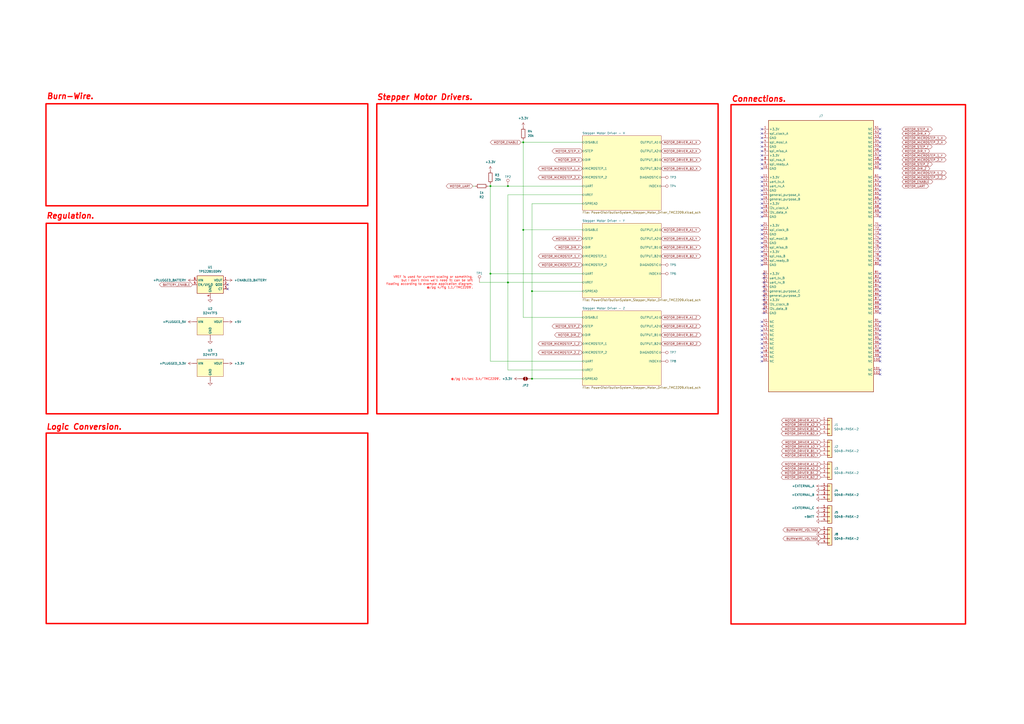
<source format=kicad_sch>
(kicad_sch (version 20250114) (generator "eeschema") (generator_version "9.0")
  (paper "A2")
  (lib_symbols
    (symbol "Connector:TestPoint" (pin_numbers (hide yes)) (pin_names (offset 0.762) (hide yes))
      (property "Reference" "TP" (at 0 6.858 0))
      (property "Value" "TestPoint" (at 0 5.08 0))
      (symbol "TestPoint_0_1"
        (circle (center 0 3.302) (radius 0.762))
      )
      (symbol "TestPoint_1_1"
        (pin passive line (at 0 0 90) (length 2.54) (name "1") (number "1"))
      )
    )
    (symbol "Connector_Generic:Conn_01x04" (pin_names (offset 1.016) (hide yes))
      (property "Reference" "J" (at 0 5.08 0))
      (property "Value" "Conn_01x04" (at 0 -7.62 0))
      (symbol "Conn_01x04_1_1"
        (rectangle (start -1.27 3.81) (end 1.27 -6.35) (stroke (width 0.254)) (fill (type background)))
        (rectangle (start -1.27 2.667) (end 0 2.413) (stroke (width 0.1524)))
        (rectangle (start -1.27 0.127) (end 0 -0.127) (stroke (width 0.1524)))
        (rectangle (start -1.27 -2.413) (end 0 -2.667) (stroke (width 0.1524)))
        (rectangle (start -1.27 -4.953) (end 0 -5.207) (stroke (width 0.1524)))
        (pin passive line (at -5.08 2.54 0) (length 3.81) (name "Pin_1") (number "1"))
        (pin passive line (at -5.08 0 0) (length 3.81) (name "Pin_2") (number "2"))
        (pin passive line (at -5.08 -2.54 0) (length 3.81) (name "Pin_3") (number "3"))
        (pin passive line (at -5.08 -5.08 0) (length 3.81) (name "Pin_4") (number "4"))
      )
    )
    (symbol "D24V7Fx:D24V7Fx" (pin_numbers (hide yes))
      (property "Reference" "U" (at 8.382 -2.032 0))
      (property "Value" "D24V7Fx" (at 8.382 -4.318 0))
      (symbol "D24V7Fx_0_1"
        (rectangle (start -7.62 5.08) (end 7.62 -5.08) (fill (type background)))
      )
      (symbol "D24V7Fx_1_1"
        (pin passive line (at -10.16 2.54 0) (length 2.54) (name "VIN") (number "VIN"))
        (pin passive line (at 0 -7.62 90) (length 2.54) (name "GND") (number "GND"))
        (pin passive line (at 10.16 2.54 180) (length 2.54) (name "VOUT") (number "VOUT"))
      )
    )
    (symbol "Device:R" (pin_numbers (hide yes)) (pin_names (offset 0))
      (property "Reference" "R" (at 2.032 0 90))
      (property "Value" "R" (at 0 0 90))
      (symbol "R_0_1"
        (rectangle (start -1.016 -2.54) (end 1.016 2.54) (stroke (width 0.254)))
      )
      (symbol "R_1_1"
        (pin passive line (at 0 3.81 270) (length 1.27) (name "~") (number "1"))
        (pin passive line (at 0 -3.81 90) (length 1.27) (name "~") (number "2"))
      )
    )
    (symbol "Jumper:SolderJumper_2_Open" (pin_numbers (hide yes)) (pin_names (offset 0) (hide yes)) (in_bom no)
      (property "Reference" "JP" (at 0 2.032 0))
      (property "Value" "SolderJumper_2_Open" (at 0 -2.54 0))
      (symbol "SolderJumper_2_Open_0_1"
        (polyline (pts (xy -0.254 1.016) (xy -0.254 -1.016)))
        (arc (start -0.254 -1.016) (mid -1.2656 0) (end -0.254 1.016))
        (arc (start -0.254 -1.016) (mid -1.2656 0) (end -0.254 1.016) (fill (type outline)))
        (arc (start 0.254 1.016) (mid 1.2656 0) (end 0.254 -1.016))
        (arc (start 0.254 1.016) (mid 1.2656 0) (end 0.254 -1.016) (fill (type outline)))
        (polyline (pts (xy 0.254 1.016) (xy 0.254 -1.016)))
      )
      (symbol "SolderJumper_2_Open_1_1"
        (pin passive line (at -3.81 0 0) (length 2.54) (name "A") (number "1"))
        (pin passive line (at 3.81 0 180) (length 2.54) (name "B") (number "2"))
      )
    )
    (symbol "Power_Management:TPS22810DRV"
      (property "Reference" "U" (at -6.35 6.35 0))
      (property "Value" "TPS22810DRV" (at 7.62 -6.35 0))
      (symbol "TPS22810DRV_1_1"
        (rectangle (start -7.62 5.08) (end 7.62 -5.08) (stroke (width 0.254)) (fill (type background)))
        (pin power_in line (at -10.16 2.54 0) (length 2.54) (name "VIN") (number "6"))
        (pin input line (at -10.16 0 0) (length 2.54) (name "EN/UVLO") (number "5"))
        (pin power_in line (at 0 -7.62 90) (length 2.54) (name "GND") (number "4"))
        (pin passive line (at 0 -7.62 90) (length 2.54) (hide yes) (name "GND") (number "7"))
        (pin power_out line (at 10.16 2.54 180) (length 2.54) (name "VOUT") (number "1"))
        (pin open_collector line (at 10.16 0 180) (length 2.54) (name "QOD") (number "2"))
        (pin output line (at 10.16 -2.54 180) (length 2.54) (name "CT") (number "3"))
      )
    )
    (symbol "StackConnector:StackConnector"
      (property "Reference" "J" (at 0.508 1.524 0))
      (symbol "StackConnector_1_1"
        (rectangle (start 0 0) (end 60.96 -157.48) (stroke (width 0.254)) (fill (type background)))
        (pin passive line (at -3.81 -5.08 0) (length 3.81) (name "+3.3V") (number "1"))
        (pin passive line (at -3.81 -7.62 0) (length 3.81) (name "spi_clock_A") (number "2"))
        (pin passive line (at -3.81 -10.16 0) (length 3.81) (name "GND") (number "3"))
        (pin passive line (at -3.81 -12.7 0) (length 3.81) (name "spi_mosi_A") (number "4"))
        (pin passive line (at -3.81 -15.24 0) (length 3.81) (name "GND") (number "5"))
        (pin passive line (at -3.81 -17.78 0) (length 3.81) (name "spi_miso_A") (number "6"))
        (pin passive line (at -3.81 -20.32 0) (length 3.81) (name "+3.3V") (number "7"))
        (pin passive line (at -3.81 -22.86 0) (length 3.81) (name "spi_nss_A") (number "8"))
        (pin passive line (at -3.81 -25.4 0) (length 3.81) (name "spi_ready_A") (number "9"))
        (pin passive line (at -3.81 -27.94 0) (length 3.81) (name "GND") (number "10"))
        (pin passive line (at -3.81 -33.02 0) (length 3.81) (name "+3.3V") (number "11"))
        (pin passive line (at -3.81 -35.56 0) (length 3.81) (name "uart_tx_A") (number "12"))
        (pin passive line (at -3.81 -38.1 0) (length 3.81) (name "uart_rx_A") (number "13"))
        (pin passive line (at -3.81 -40.64 0) (length 3.81) (name "GND") (number "14"))
        (pin passive line (at -3.81 -43.18 0) (length 3.81) (name "general_purpose_A") (number "15"))
        (pin passive line (at -3.81 -45.72 0) (length 3.81) (name "general_purpose_B") (number "16"))
        (pin passive line (at -3.81 -48.26 0) (length 3.81) (name "+3.3V") (number "17"))
        (pin passive line (at -3.81 -50.8 0) (length 3.81) (name "i2c_clock_A") (number "18"))
        (pin passive line (at -3.81 -53.34 0) (length 3.81) (name "i2c_data_A") (number "19"))
        (pin passive line (at -3.81 -55.88 0) (length 3.81) (name "GND") (number "20"))
        (pin passive line (at -3.81 -60.96 0) (length 3.81) (name "+3.3V") (number "21"))
        (pin passive line (at -3.81 -63.5 0) (length 3.81) (name "spi_clock_B") (number "22"))
        (pin passive line (at -3.81 -66.04 0) (length 3.81) (name "GND") (number "23"))
        (pin passive line (at -3.81 -68.58 0) (length 3.81) (name "spi_mosi_B") (number "24"))
        (pin passive line (at -3.81 -71.12 0) (length 3.81) (name "GND") (number "25"))
        (pin passive line (at -3.81 -73.66 0) (length 3.81) (name "spi_miso_B") (number "26"))
        (pin passive line (at -3.81 -76.2 0) (length 3.81) (name "+3.3V") (number "27"))
        (pin passive line (at -3.81 -78.74 0) (length 3.81) (name "spi_nss_B") (number "28"))
        (pin passive line (at -3.81 -81.28 0) (length 3.81) (name "spi_ready_B") (number "29"))
        (pin passive line (at -3.81 -83.82 0) (length 3.81) (name "GND") (number "30"))
        (pin passive line (at -3.81 -88.9 0) (length 3.81) (name "+3.3V") (number "31"))
        (pin passive line (at -3.81 -91.44 0) (length 3.81) (name "uart_tx_B") (number "32"))
        (pin passive line (at -3.81 -93.98 0) (length 3.81) (name "uart_rx_B") (number "33"))
        (pin passive line (at -3.81 -96.52 0) (length 3.81) (name "GND") (number "34"))
        (pin passive line (at -3.81 -99.06 0) (length 3.81) (name "general_purpose_C") (number "35"))
        (pin passive line (at -3.81 -101.6 0) (length 3.81) (name "general_purpose_D") (number "36"))
        (pin passive line (at -3.81 -104.14 0) (length 3.81) (name "+3.3V") (number "37"))
        (pin passive line (at -3.81 -106.68 0) (length 3.81) (name "i2c_clock_B") (number "38"))
        (pin passive line (at -3.81 -109.22 0) (length 3.81) (name "i2c_data_B") (number "39"))
        (pin passive line (at -3.81 -111.76 0) (length 3.81) (name "GND") (number "40"))
        (pin passive line (at -3.81 -116.84 0) (length 3.81) (name "NC") (number "41"))
        (pin passive line (at -3.81 -119.38 0) (length 3.81) (name "NC") (number "42"))
        (pin passive line (at -3.81 -121.92 0) (length 3.81) (name "NC") (number "43"))
        (pin passive line (at -3.81 -124.46 0) (length 3.81) (name "NC") (number "44"))
        (pin passive line (at -3.81 -127 0) (length 3.81) (name "NC") (number "45"))
        (pin passive line (at -3.81 -129.54 0) (length 3.81) (name "NC") (number "46"))
        (pin passive line (at -3.81 -132.08 0) (length 3.81) (name "NC") (number "47"))
        (pin passive line (at -3.81 -134.62 0) (length 3.81) (name "NC") (number "48"))
        (pin passive line (at -3.81 -137.16 0) (length 3.81) (name "NC") (number "49"))
        (pin passive line (at -3.81 -139.7 0) (length 3.81) (name "NC") (number "50"))
        (pin passive line (at 64.77 -5.08 180) (length 3.81) (name "NC") (number "51"))
        (pin passive line (at 64.77 -7.62 180) (length 3.81) (name "NC") (number "52"))
        (pin passive line (at 64.77 -10.16 180) (length 3.81) (name "NC") (number "53"))
        (pin passive line (at 64.77 -12.7 180) (length 3.81) (name "NC") (number "54"))
        (pin passive line (at 64.77 -15.24 180) (length 3.81) (name "NC") (number "55"))
        (pin passive line (at 64.77 -17.78 180) (length 3.81) (name "NC") (number "56"))
        (pin passive line (at 64.77 -20.32 180) (length 3.81) (name "NC") (number "57"))
        (pin passive line (at 64.77 -22.86 180) (length 3.81) (name "NC") (number "58"))
        (pin passive line (at 64.77 -25.4 180) (length 3.81) (name "NC") (number "59"))
        (pin passive line (at 64.77 -27.94 180) (length 3.81) (name "NC") (number "60"))
        (pin passive line (at 64.77 -33.02 180) (length 3.81) (name "NC") (number "61"))
        (pin passive line (at 64.77 -35.56 180) (length 3.81) (name "NC") (number "62"))
        (pin passive line (at 64.77 -38.1 180) (length 3.81) (name "NC") (number "63"))
        (pin passive line (at 64.77 -40.64 180) (length 3.81) (name "NC") (number "64"))
        (pin passive line (at 64.77 -43.18 180) (length 3.81) (name "NC") (number "65"))
        (pin passive line (at 64.77 -45.72 180) (length 3.81) (name "NC") (number "66"))
        (pin passive line (at 64.77 -48.26 180) (length 3.81) (name "NC") (number "67"))
        (pin passive line (at 64.77 -50.8 180) (length 3.81) (name "NC") (number "68"))
        (pin passive line (at 64.77 -53.34 180) (length 3.81) (name "NC") (number "69"))
        (pin passive line (at 64.77 -55.88 180) (length 3.81) (name "NC") (number "70"))
        (pin passive line (at 64.77 -60.96 180) (length 3.81) (name "NC") (number "71"))
        (pin passive line (at 64.77 -63.5 180) (length 3.81) (name "NC") (number "72"))
        (pin passive line (at 64.77 -66.04 180) (length 3.81) (name "NC") (number "73"))
        (pin passive line (at 64.77 -68.58 180) (length 3.81) (name "NC") (number "74"))
        (pin passive line (at 64.77 -71.12 180) (length 3.81) (name "NC") (number "75"))
        (pin passive line (at 64.77 -73.66 180) (length 3.81) (name "NC") (number "76"))
        (pin passive line (at 64.77 -76.2 180) (length 3.81) (name "NC") (number "77"))
        (pin passive line (at 64.77 -78.74 180) (length 3.81) (name "NC") (number "78"))
        (pin passive line (at 64.77 -81.28 180) (length 3.81) (name "NC") (number "79"))
        (pin passive line (at 64.77 -83.82 180) (length 3.81) (name "NC") (number "80"))
        (pin passive line (at 64.77 -88.9 180) (length 3.81) (name "NC") (number "81"))
        (pin passive line (at 64.77 -91.44 180) (length 3.81) (name "NC") (number "82"))
        (pin passive line (at 64.77 -93.98 180) (length 3.81) (name "NC") (number "83"))
        (pin passive line (at 64.77 -96.52 180) (length 3.81) (name "NC") (number "84"))
        (pin passive line (at 64.77 -99.06 180) (length 3.81) (name "NC") (number "85"))
        (pin passive line (at 64.77 -101.6 180) (length 3.81) (name "NC") (number "86"))
        (pin passive line (at 64.77 -104.14 180) (length 3.81) (name "NC") (number "87"))
        (pin passive line (at 64.77 -106.68 180) (length 3.81) (name "NC") (number "88"))
        (pin passive line (at 64.77 -109.22 180) (length 3.81) (name "NC") (number "89"))
        (pin passive line (at 64.77 -111.76 180) (length 3.81) (name "NC") (number "90"))
        (pin passive line (at 64.77 -116.84 180) (length 3.81) (name "NC") (number "91"))
        (pin passive line (at 64.77 -119.38 180) (length 3.81) (name "NC") (number "92"))
        (pin passive line (at 64.77 -121.92 180) (length 3.81) (name "NC") (number "93"))
        (pin passive line (at 64.77 -124.46 180) (length 3.81) (name "NC") (number "94"))
        (pin passive line (at 64.77 -127 180) (length 3.81) (name "NC") (number "95"))
        (pin passive line (at 64.77 -129.54 180) (length 3.81) (name "NC") (number "96"))
        (pin passive line (at 64.77 -132.08 180) (length 3.81) (name "NC") (number "97"))
        (pin passive line (at 64.77 -134.62 180) (length 3.81) (name "NC") (number "98"))
        (pin passive line (at 64.77 -137.16 180) (length 3.81) (name "NC") (number "99"))
        (pin passive line (at 64.77 -139.7 180) (length 3.81) (name "NC") (number "100"))
        (pin passive line (at 64.77 -144.78 180) (length 3.81) (name "NC") (number "101"))
        (pin passive line (at 64.77 -147.32 180) (length 3.81) (name "NC") (number "102"))
      )
    )
    (symbol "power:+3.3V" (power) (pin_numbers (hide yes)) (pin_names (offset 0) (hide yes))
      (property "Value" "+3.3V" (at 0 3.556 0))
      (symbol "+3.3V_0_1"
        (polyline (pts (xy -0.762 1.27) (xy 0 2.54)))
        (polyline (pts (xy 0 2.54) (xy 0.762 1.27)))
        (polyline (pts (xy 0 0) (xy 0 2.54)))
      )
      (symbol "+3.3V_1_1"
        (pin power_in line (at 0 0 90) (length 0) (name "~") (number "1"))
      )
    )
    (symbol "power:+BATT" (power) (pin_numbers (hide yes)) (pin_names (offset 0) (hide yes))
      (property "Value" "+BATT" (at 0 3.556 0))
      (symbol "+BATT_0_1"
        (polyline (pts (xy -0.762 1.27) (xy 0 2.54)))
        (polyline (pts (xy 0 2.54) (xy 0.762 1.27)))
        (polyline (pts (xy 0 0) (xy 0 2.54)))
      )
      (symbol "+BATT_1_1"
        (pin power_in line (at 0 0 90) (length 0) (name "~") (number "1"))
      )
    )
    (symbol "power:GND" (power) (pin_numbers (hide yes)) (pin_names (offset 0) (hide yes))
      (property "Value" "GND" (at 0 -3.81 0))
      (symbol "GND_0_1"
        (polyline (pts (xy 0 0) (xy 0 -1.27) (xy 1.27 -1.27) (xy 0 -2.54) (xy -1.27 -1.27) (xy 0 -1.27)))
      )
      (symbol "GND_1_1"
        (pin power_in line (at 0 0 270) (length 0) (name "~") (number "1"))
      )
    )
  )
  (rectangle (start 424.053 60.706) (end 560.07 361.95) (stroke (width 0.8128) (color 255 0 0 1)))
  (rectangle (start 26.797 129.54) (end 213.36 240.03) (stroke (width 0.8128) (color 255 0 0 1)))
  (rectangle (start 26.797 251.206) (end 213.36 361.696) (stroke (width 0.8128) (color 255 0 0 1)))
  (rectangle (start 26.67 60.198) (end 213.36 119.38) (stroke (width 0.8128) (color 255 0 0 1)))
  (rectangle (start 218.567 60.198) (end 416.56 240.03) (stroke (width 0.8128) (color 255 0 0 1)))
  (text "Connections." (at 424.18 59.436 0) (effects (font (size 3.2512 3.2512) (thickness 0.6502) (bold yes) (italic yes)) (justify left bottom)))
  (text "Burn-Wire." (at 26.924 57.912 0) (effects (font (size 3.2512 3.2512) (thickness 0.6502) (bold yes) (italic yes)) (justify left bottom)))
  (text "Regulation." (at 26.67 127.254 0) (effects (font (size 3.2512 3.2512) (thickness 0.6502) (bold yes) (italic yes)) (justify left bottom)))
  (text "Logic Conversion." (at 26.67 249.682 0) (effects (font (size 3.2512 3.2512) (thickness 0.6502) (bold yes) (italic yes)) (justify left bottom)))
  (text "Stepper Motor Drivers." (at 218.44 58.42 0) (effects (font (size 3.2512 3.2512) (thickness 0.6502) (bold yes) (italic yes)) (justify left bottom)))
  (text "VREF is used for current scaling or something,\nbut I don't think we'll need it; can be left\nfloating according to example application diagram.\n@/pg 4/fig 1.1/`TMC2209`." (at 274.32 163.83 0) (effects (font (size 1.27 1.27) (thickness 0.1588)) (justify right)))
  (text "@/pg 14/sec 3.4/`TMC2209`." (at 290.322 219.964 0) (effects (font (size 1.27 1.27) (thickness 0.1588)) (justify right)))
  (junction (at 308.61 219.71))
  (junction (at 284.48 107.95))
  (junction (at 308.61 168.91))
  (junction (at 284.48 158.75))
  (junction (at 303.53 133.35))
  (junction (at 294.64 163.83))
  (junction (at 303.53 82.55))
  (junction (at 294.64 107.95))
  (no_connect (at 510.54 217.17))
  (no_connect (at 441.96 199.39))
  (no_connect (at 510.54 87.63))
  (no_connect (at 510.54 158.75))
  (no_connect (at 132.08 165.1))
  (no_connect (at 441.96 110.49))
  (no_connect (at 441.96 194.31))
  (no_connect (at 441.96 80.01))
  (no_connect (at 443.23 168.91))
  (no_connect (at 510.54 181.61))
  (no_connect (at 441.96 196.85))
  (no_connect (at 441.96 204.47))
  (no_connect (at 510.54 171.45))
  (no_connect (at 441.96 186.69))
  (no_connect (at 510.54 95.25))
  (no_connect (at 510.54 90.17))
  (no_connect (at 510.54 186.69))
  (no_connect (at 441.96 189.23))
  (no_connect (at 510.54 80.01))
  (no_connect (at 510.54 120.65))
  (no_connect (at 443.23 161.29))
  (no_connect (at 441.96 120.65))
  (no_connect (at 510.54 74.93))
  (no_connect (at 510.54 179.07))
  (no_connect (at 441.96 135.89))
  (no_connect (at 510.54 148.59))
  (no_connect (at 510.54 133.35))
  (no_connect (at 443.23 181.61))
  (no_connect (at 510.54 97.79))
  (no_connect (at 443.23 173.99))
  (no_connect (at 441.96 130.81))
  (no_connect (at 510.54 85.09))
  (no_connect (at 510.54 153.67))
  (no_connect (at 441.96 133.35))
  (no_connect (at 510.54 146.05))
  (no_connect (at 441.96 209.55))
  (no_connect (at 441.96 140.97))
  (no_connect (at 441.96 125.73))
  (no_connect (at 441.96 92.71))
  (no_connect (at 441.96 90.17))
  (no_connect (at 510.54 204.47))
  (no_connect (at 441.96 138.43))
  (no_connect (at 510.54 196.85))
  (no_connect (at 441.96 74.93))
  (no_connect (at 510.54 118.11))
  (no_connect (at 441.96 191.77))
  (no_connect (at 441.96 85.09))
  (no_connect (at 441.96 201.93))
  (no_connect (at 510.54 207.01))
  (no_connect (at 441.96 146.05))
  (no_connect (at 441.96 77.47))
  (no_connect (at 510.54 140.97))
  (no_connect (at 441.96 118.11))
  (no_connect (at 441.96 153.67))
  (no_connect (at 510.54 191.77))
  (no_connect (at 510.54 102.87))
  (no_connect (at 510.54 209.55))
  (no_connect (at 510.54 135.89))
  (no_connect (at 510.54 123.19))
  (no_connect (at 510.54 151.13))
  (no_connect (at 510.54 214.63))
  (no_connect (at 510.54 105.41))
  (no_connect (at 441.96 97.79))
  (no_connect (at 441.96 207.01))
  (no_connect (at 510.54 110.49))
  (no_connect (at 441.96 95.25))
  (no_connect (at 443.23 179.07))
  (no_connect (at 510.54 176.53))
  (no_connect (at 441.96 143.51))
  (no_connect (at 510.54 92.71))
  (no_connect (at 510.54 115.57))
  (no_connect (at 441.96 82.55))
  (no_connect (at 510.54 125.73))
  (no_connect (at 510.54 166.37))
  (no_connect (at 441.96 107.95))
  (no_connect (at 441.96 102.87))
  (no_connect (at 441.96 115.57))
  (no_connect (at 510.54 143.51))
  (no_connect (at 510.54 77.47))
  (no_connect (at 510.54 138.43))
  (no_connect (at 510.54 194.31))
  (no_connect (at 443.23 166.37))
  (no_connect (at 441.96 151.13))
  (no_connect (at 510.54 168.91))
  (no_connect (at 510.54 113.03))
  (no_connect (at 510.54 199.39))
  (no_connect (at 510.54 82.55))
  (no_connect (at 132.08 167.64))
  (no_connect (at 510.54 130.81))
  (no_connect (at 510.54 189.23))
  (no_connect (at 443.23 176.53))
  (no_connect (at 441.96 148.59))
  (no_connect (at 510.54 173.99))
  (no_connect (at 510.54 161.29))
  (no_connect (at 441.96 123.19))
  (no_connect (at 441.96 105.41))
  (no_connect (at 443.23 158.75))
  (no_connect (at 510.54 201.93))
  (no_connect (at 510.54 107.95))
  (no_connect (at 443.23 163.83))
  (no_connect (at 443.23 171.45))
  (no_connect (at 441.96 113.03))
  (no_connect (at 441.96 87.63))
  (no_connect (at 510.54 163.83))
  (wire (pts (xy 303.53 81.28) (xy 303.53 82.55)))
  (wire (pts (xy 308.61 219.71) (xy 308.61 168.91)))
  (wire (pts (xy 284.48 107.95) (xy 284.48 158.75)))
  (wire (pts (xy 337.82 184.15) (xy 303.53 184.15)))
  (wire (pts (xy 303.53 82.55) (xy 337.82 82.55)))
  (wire (pts (xy 294.64 113.03) (xy 294.64 163.83)))
  (wire (pts (xy 283.21 107.95) (xy 284.48 107.95)))
  (wire (pts (xy 294.64 163.83) (xy 294.64 214.63)))
  (wire (pts (xy 337.82 107.95) (xy 294.64 107.95)))
  (wire (pts (xy 308.61 118.11) (xy 308.61 168.91)))
  (wire (pts (xy 284.48 158.75) (xy 284.48 209.55)))
  (wire (pts (xy 294.64 163.83) (xy 337.82 163.83)))
  (wire (pts (xy 337.82 214.63) (xy 294.64 214.63)))
  (wire (pts (xy 278.13 163.83) (xy 294.64 163.83)))
  (wire (pts (xy 337.82 209.55) (xy 284.48 209.55)))
  (wire (pts (xy 337.82 133.35) (xy 303.53 133.35)))
  (wire (pts (xy 284.48 158.75) (xy 337.82 158.75)))
  (wire (pts (xy 302.26 82.55) (xy 303.53 82.55)))
  (wire (pts (xy 284.48 106.68) (xy 284.48 107.95)))
  (wire (pts (xy 294.64 107.95) (xy 284.48 107.95)))
  (wire (pts (xy 303.53 184.15) (xy 303.53 133.35)))
  (wire (pts (xy 337.82 219.71) (xy 308.61 219.71)))
  (wire (pts (xy 337.82 118.11) (xy 308.61 118.11)))
  (wire (pts (xy 337.82 113.03) (xy 294.64 113.03)))
  (wire (pts (xy 274.32 107.95) (xy 275.59 107.95)))
  (wire (pts (xy 308.61 168.91) (xy 337.82 168.91)))
  (wire (pts (xy 303.53 82.55) (xy 303.53 133.35)))
  (global_label "MOTOR_MICROSTEP_2_Y" (shape bidirectional) (at 337.82 153.67 180) (property "Intersheetrefs" "${INTERSHEET_REFS}" (effects (hide yes))))
  (global_label "MOTOR_DRIVER_B2_Z" (shape bidirectional) (at 476.25 276.86 180) (property "Intersheetrefs" "${INTERSHEET_REFS}" (effects (hide yes))))
  (global_label "MOTOR_DRIVER_B1_Z" (shape bidirectional) (at 383.54 194.31 0) (property "Intersheetrefs" "${INTERSHEET_REFS}" (effects (hide yes))))
  (global_label "MOTOR_MICROSTEP_2_Y" (shape bidirectional) (at 523.24 92.71 0) (property "Intersheetrefs" "${INTERSHEET_REFS}" (effects (hide yes))))
  (global_label "MOTOR_DRIVER_A1_X" (shape bidirectional) (at 476.25 243.84 180) (property "Intersheetrefs" "${INTERSHEET_REFS}" (effects (hide yes))))
  (global_label "MOTOR_STEP_Z" (shape bidirectional) (at 523.24 95.25 0) (property "Intersheetrefs" "${INTERSHEET_REFS}" (effects (hide yes))))
  (global_label "MOTOR_UART" (shape bidirectional) (at 274.32 107.95 180) (property "Intersheetrefs" "${INTERSHEET_REFS}" (effects (hide yes))))
  (global_label "MOTOR_MICROSTEP_1_Y" (shape bidirectional) (at 337.82 148.59 180) (property "Intersheetrefs" "${INTERSHEET_REFS}" (effects (hide yes))))
  (global_label "MOTOR_ENABLE" (shape bidirectional) (at 302.26 82.55 180) (property "Intersheetrefs" "${INTERSHEET_REFS}" (effects (hide yes))))
  (global_label "MOTOR_MICROSTEP_2_Z" (shape bidirectional) (at 523.24 102.87 0) (property "Intersheetrefs" "${INTERSHEET_REFS}" (effects (hide yes))))
  (global_label "MOTOR_STEP_X" (shape bidirectional) (at 337.82 87.63 180) (property "Intersheetrefs" "${INTERSHEET_REFS}" (effects (hide yes))))
  (global_label "BURNWIRE_VOLTAGE" (shape bidirectional) (at 476.25 312.42 180) (property "Intersheetrefs" "${INTERSHEET_REFS}" (effects (hide yes))))
  (global_label "MOTOR_DIR_Y" (shape bidirectional) (at 337.82 143.51 180) (property "Intersheetrefs" "${INTERSHEET_REFS}" (effects (hide yes))))
  (global_label "MOTOR_MICROSTEP_1_Z" (shape bidirectional) (at 337.82 199.39 180) (property "Intersheetrefs" "${INTERSHEET_REFS}" (effects (hide yes))))
  (global_label "MOTOR_DRIVER_B1_X" (shape bidirectional) (at 476.25 248.92 180) (property "Intersheetrefs" "${INTERSHEET_REFS}" (effects (hide yes))))
  (global_label "BURNWIRE_VOLTAGE" (shape bidirectional) (at 476.25 307.34 180) (property "Intersheetrefs" "${INTERSHEET_REFS}" (effects (hide yes))))
  (global_label "MOTOR_DRIVER_B1_Y" (shape bidirectional) (at 383.54 143.51 0) (property "Intersheetrefs" "${INTERSHEET_REFS}" (effects (hide yes))))
  (global_label "MOTOR_DRIVER_B2_Y" (shape bidirectional) (at 383.54 148.59 0) (property "Intersheetrefs" "${INTERSHEET_REFS}" (effects (hide yes))))
  (global_label "MOTOR_DRIVER_A1_Z" (shape bidirectional) (at 383.54 184.15 0) (property "Intersheetrefs" "${INTERSHEET_REFS}" (effects (hide yes))))
  (global_label "MOTOR_DRIVER_A2_Y" (shape bidirectional) (at 476.25 259.08 180) (property "Intersheetrefs" "${INTERSHEET_REFS}" (effects (hide yes))))
  (global_label "MOTOR_STEP_Z" (shape bidirectional) (at 337.82 189.23 180) (property "Intersheetrefs" "${INTERSHEET_REFS}" (effects (hide yes))))
  (global_label "MOTOR_DIR_X" (shape bidirectional) (at 337.82 92.71 180) (property "Intersheetrefs" "${INTERSHEET_REFS}" (effects (hide yes))))
  (global_label "MOTOR_DRIVER_B1_X" (shape bidirectional) (at 383.54 92.71 0) (property "Intersheetrefs" "${INTERSHEET_REFS}" (effects (hide yes))))
  (global_label "MOTOR_DRIVER_A2_Y" (shape bidirectional) (at 383.54 138.43 0) (property "Intersheetrefs" "${INTERSHEET_REFS}" (effects (hide yes))))
  (global_label "MOTOR_DIR_Y" (shape bidirectional) (at 523.24 87.63 0) (property "Intersheetrefs" "${INTERSHEET_REFS}" (effects (hide yes))))
  (global_label "MOTOR_STEP_X" (shape bidirectional) (at 523.24 74.93 0) (property "Intersheetrefs" "${INTERSHEET_REFS}" (effects (hide yes))))
  (global_label "MOTOR_STEP_Y" (shape bidirectional) (at 337.82 138.43 180) (property "Intersheetrefs" "${INTERSHEET_REFS}" (effects (hide yes))))
  (global_label "BATTERY_ENABLE" (shape bidirectional) (at 111.76 165.1 180) (property "Intersheetrefs" "${INTERSHEET_REFS}" (effects (hide yes))))
  (global_label "MOTOR_DRIVER_A2_X" (shape bidirectional) (at 476.25 246.38 180) (property "Intersheetrefs" "${INTERSHEET_REFS}" (effects (hide yes))))
  (global_label "MOTOR_MICROSTEP_2_X" (shape bidirectional) (at 337.82 102.87 180) (property "Intersheetrefs" "${INTERSHEET_REFS}" (effects (hide yes))))
  (global_label "MOTOR_DRIVER_B2_X" (shape bidirectional) (at 476.25 251.46 180) (property "Intersheetrefs" "${INTERSHEET_REFS}" (effects (hide yes))))
  (global_label "MOTOR_MICROSTEP_2_X" (shape bidirectional) (at 523.24 82.55 0) (property "Intersheetrefs" "${INTERSHEET_REFS}" (effects (hide yes))))
  (global_label "MOTOR_DRIVER_B2_Z" (shape bidirectional) (at 383.54 199.39 0) (property "Intersheetrefs" "${INTERSHEET_REFS}" (effects (hide yes))))
  (global_label "MOTOR_DRIVER_B2_X" (shape bidirectional) (at 383.54 97.79 0) (property "Intersheetrefs" "${INTERSHEET_REFS}" (effects (hide yes))))
  (global_label "MOTOR_DRIVER_A1_Y" (shape bidirectional) (at 383.54 133.35 0) (property "Intersheetrefs" "${INTERSHEET_REFS}" (effects (hide yes))))
  (global_label "MOTOR_MICROSTEP_1_X" (shape bidirectional) (at 337.82 97.79 180) (property "Intersheetrefs" "${INTERSHEET_REFS}" (effects (hide yes))))
  (global_label "MOTOR_MICROSTEP_2_Z" (shape bidirectional) (at 337.82 204.47 180) (property "Intersheetrefs" "${INTERSHEET_REFS}" (effects (hide yes))))
  (global_label "MOTOR_DRIVER_A1_Y" (shape bidirectional) (at 476.25 256.54 180) (property "Intersheetrefs" "${INTERSHEET_REFS}" (effects (hide yes))))
  (global_label "MOTOR_DIR_X" (shape bidirectional) (at 523.24 77.47 0) (property "Intersheetrefs" "${INTERSHEET_REFS}" (effects (hide yes))))
  (global_label "MOTOR_DRIVER_A2_Z" (shape bidirectional) (at 383.54 189.23 0) (property "Intersheetrefs" "${INTERSHEET_REFS}" (effects (hide yes))))
  (global_label "MOTOR_ENABLE" (shape bidirectional) (at 523.24 105.41 0) (property "Intersheetrefs" "${INTERSHEET_REFS}" (effects (hide yes))))
  (global_label "MOTOR_DRIVER_A2_Z" (shape bidirectional) (at 476.25 271.78 180) (property "Intersheetrefs" "${INTERSHEET_REFS}" (effects (hide yes))))
  (global_label "MOTOR_DRIVER_B1_Y" (shape bidirectional) (at 476.25 261.62 180) (property "Intersheetrefs" "${INTERSHEET_REFS}" (effects (hide yes))))
  (global_label "MOTOR_DRIVER_B1_Z" (shape bidirectional) (at 476.25 274.32 180) (property "Intersheetrefs" "${INTERSHEET_REFS}" (effects (hide yes))))
  (global_label "MOTOR_DIR_Z" (shape bidirectional) (at 523.24 97.79 0) (property "Intersheetrefs" "${INTERSHEET_REFS}" (effects (hide yes))))
  (global_label "MOTOR_MICROSTEP_1_X" (shape bidirectional) (at 523.24 80.01 0) (property "Intersheetrefs" "${INTERSHEET_REFS}" (effects (hide yes))))
  (global_label "MOTOR_DRIVER_A2_X" (shape bidirectional) (at 383.54 87.63 0) (property "Intersheetrefs" "${INTERSHEET_REFS}" (effects (hide yes))))
  (global_label "MOTOR_DRIVER_A1_Z" (shape bidirectional) (at 476.25 269.24 180) (property "Intersheetrefs" "${INTERSHEET_REFS}" (effects (hide yes))))
  (global_label "MOTOR_DRIVER_A1_X" (shape bidirectional) (at 383.54 82.55 0) (property "Intersheetrefs" "${INTERSHEET_REFS}" (effects (hide yes))))
  (global_label "MOTOR_STEP_Y" (shape bidirectional) (at 523.24 85.09 0) (property "Intersheetrefs" "${INTERSHEET_REFS}" (effects (hide yes))))
  (global_label "MOTOR_MICROSTEP_1_Z" (shape bidirectional) (at 523.24 100.33 0) (property "Intersheetrefs" "${INTERSHEET_REFS}" (effects (hide yes))))
  (global_label "MOTOR_DIR_Z" (shape bidirectional) (at 337.82 194.31 180) (property "Intersheetrefs" "${INTERSHEET_REFS}" (effects (hide yes))))
  (global_label "MOTOR_DRIVER_B2_Y" (shape bidirectional) (at 476.25 264.16 180) (property "Intersheetrefs" "${INTERSHEET_REFS}" (effects (hide yes))))
  (global_label "MOTOR_MICROSTEP_1_Y" (shape bidirectional) (at 523.24 90.17 0) (property "Intersheetrefs" "${INTERSHEET_REFS}" (effects (hide yes))))
  (global_label "MOTOR_UART" (shape bidirectional) (at 523.24 107.95 0) (property "Intersheetrefs" "${INTERSHEET_REFS}" (effects (hide yes))))
  (symbol (lib_id "power:GND") (at 476.25 314.96 270) (unit 1)
    (property "Reference" "#PWR025" (effects (hide yes)))
    (property "Value" "GND" (effects (hide yes)))
    (property "Description" "Power symbol creates a global label with name \"GND\" , ground" (effects (hide yes)))
  )
  (symbol (lib_id "Connector:TestPoint") (at 294.64 107.95 0) (unit 1)
    (property "Reference" "TP2" (at 294.64 102.616 0))
    (property "Value" "TestPoint" (effects (hide yes)))
    (property "Footprint" "TestPoint:TestPoint_Pad_1.0x1.0mm" (effects (hide yes)))
    (property "Description" "test point" (effects (hide yes)))
  )
  (symbol (lib_id "Connector:TestPoint") (at 278.13 163.83 0) (unit 1)
    (property "Reference" "TP1" (at 278.13 158.496 0))
    (property "Value" "TestPoint" (effects (hide yes)))
    (property "Footprint" "TestPoint:TestPoint_Pad_1.0x1.0mm" (effects (hide yes)))
    (property "Description" "test point" (effects (hide yes)))
  )
  (symbol (lib_id "power:+BATT") (at 111.76 210.82 90) (mirror x) (unit 1)
    (property "Reference" "#PWR03" (effects (hide yes)))
    (property "Value" "+PLUGGED_3.3V" (at 107.95 210.8199 90) (effects (justify left)))
    (property "Description" "Power symbol creates a global label with name \"+BATT\"" (effects (hide yes)))
  )
  (symbol (lib_id "power:GND") (at 121.92 196.85 0) (unit 1)
    (property "Reference" "#PWR05" (effects (hide yes)))
    (property "Value" "GND" (effects (hide yes)))
    (property "Description" "Power symbol creates a global label with name \"GND\" , ground" (effects (hide yes)))
  )
  (symbol (lib_id "power:GND") (at 121.92 220.98 0) (unit 1)
    (property "Reference" "#PWR06" (effects (hide yes)))
    (property "Value" "GND" (effects (hide yes)))
    (property "Description" "Power symbol creates a global label with name \"GND\" , ground" (effects (hide yes)))
  )
  (symbol (lib_id "D24V7Fx:D24V7Fx") (at 121.92 189.23 0) (unit 1)
    (property "Reference" "U2" (at 121.92 179.07 0))
    (property "Value" "D24V7F5" (at 121.92 181.61 0))
    (property "Footprint" "pcb:D24V7Fx" (effects (hide yes)))
    (property "Datasheet" "https://www.pololu.com/category/365/d24v7fx-step-down-voltage-regulators" (effects (hide yes)))
    (property "Description" "D24V7Fx Step-Down Voltage Regulator" (effects (hide yes)))
  )
  (symbol (lib_id "power:+BATT") (at 476.25 299.72 90) (unit 1)
    (property "Reference" "#PWR017" (effects (hide yes)))
    (property "Value" "+BATT" (at 472.44 299.7199 90) (effects (justify left)))
    (property "Description" "Power symbol creates a global label with name \"+BATT\"" (effects (hide yes)))
  )
  (symbol (lib_id "Connector:TestPoint") (at 383.54 102.87 270) (unit 1)
    (property "Reference" "TP3" (at 388.62 102.8699 90) (effects (justify left)))
    (property "Value" "TestPoint" (effects (hide yes)))
    (property "Footprint" "TestPoint:TestPoint_Pad_1.0x1.0mm" (effects (hide yes)))
    (property "Description" "test point" (effects (hide yes)))
  )
  (symbol (lib_id "Connector_Generic:Conn_01x04") (at 481.33 271.78 0) (unit 1)
    (property "Reference" "J3" (at 483.87 271.7799 0) (effects (justify left)))
    (property "Value" "S04B-PASK-2" (at 483.87 274.3199 0) (effects (justify left)))
    (property "Footprint" "pcb:S04B-PASK-2" (effects (hide yes)))
    (property "Description" "Generic connector, single row, 01x04, script generated (kicad-library-utils/schlib/autogen/connector/)" (effects (hide yes)))
  )
  (symbol (lib_id "power:+BATT") (at 132.08 210.82 270) (unit 1)
    (property "Reference" "#PWR09" (effects (hide yes)))
    (property "Value" "+3.3V" (at 135.89 210.8199 90) (effects (justify left)))
    (property "Description" "Power symbol creates a global label with name \"+BATT\"" (effects (hide yes)))
  )
  (symbol (lib_id "Connector_Generic:Conn_01x04") (at 481.33 284.48 0) (unit 1)
    (property "Reference" "J4" (at 483.87 284.4799 0) (effects (justify left)))
    (property "Value" "S04B-PASK-2" (at 483.87 287.0199 0) (effects (justify left)))
    (property "Footprint" "pcb:S04B-PASK-2" (effects (hide yes)))
    (property "Description" "Generic connector, single row, 01x04, script generated (kicad-library-utils/schlib/autogen/connector/)" (effects (hide yes)))
  )
  (symbol (lib_id "power:+BATT") (at 132.08 162.56 270) (unit 1)
    (property "Reference" "#PWR07" (effects (hide yes)))
    (property "Value" "+ENABLED_BATTERY" (at 135.89 162.5599 90) (effects (justify left)))
    (property "Description" "Power symbol creates a global label with name \"+BATT\"" (effects (hide yes)))
  )
  (symbol (lib_id "Connector_Generic:Conn_01x04") (at 481.33 297.18 0) (unit 1)
    (property "Reference" "J5" (at 483.87 297.1799 0) (effects (justify left)))
    (property "Value" "S04B-PASK-2" (at 483.87 299.7199 0) (effects (justify left)))
    (property "Footprint" "pcb:S04B-PASK-2" (effects (hide yes)))
    (property "Description" "Generic connector, single row, 01x04, script generated (kicad-library-utils/schlib/autogen/connector/)" (effects (hide yes)))
  )
  (symbol (lib_id "power:+BATT") (at 111.76 162.56 90) (mirror x) (unit 1)
    (property "Reference" "#PWR01" (effects (hide yes)))
    (property "Value" "+PLUGGED_BATTERY" (at 107.95 162.5599 90) (effects (justify left)))
    (property "Description" "Power symbol creates a global label with name \"+BATT\"" (effects (hide yes)))
  )
  (symbol (lib_id "Device:R") (at 284.48 102.87 180) (unit 1)
    (property "Reference" "R3" (at 287.02 101.5999 0) (effects (justify right)))
    (property "Value" "20k" (at 287.02 104.1399 0) (effects (justify right)))
    (property "Footprint" "Resistor_SMD:R_1206_3216Metric_Pad1.30x1.75mm_HandSolder" (effects (hide yes)))
    (property "Description" "Resistor" (effects (hide yes)))
  )
  (symbol (lib_id "power:+BATT") (at 476.25 281.94 90) (unit 1)
    (property "Reference" "#PWR011" (effects (hide yes)))
    (property "Value" "+EXTERNAL_A" (at 472.44 281.9399 90) (effects (justify left)))
    (property "Description" "Power symbol creates a global label with name \"+BATT\"" (effects (hide yes)))
  )
  (symbol (lib_id "Connector:TestPoint") (at 383.54 107.95 270) (unit 1)
    (property "Reference" "TP4" (at 388.62 107.9499 90) (effects (justify left)))
    (property "Value" "TestPoint" (effects (hide yes)))
    (property "Footprint" "TestPoint:TestPoint_Pad_1.0x1.0mm" (effects (hide yes)))
    (property "Description" "test point" (effects (hide yes)))
  )
  (symbol (lib_id "power:GND") (at 476.25 309.88 270) (unit 1)
    (property "Reference" "#PWR010" (effects (hide yes)))
    (property "Value" "GND" (effects (hide yes)))
    (property "Description" "Power symbol creates a global label with name \"GND\" , ground" (effects (hide yes)))
  )
  (symbol (lib_id "power:+BATT") (at 476.25 287.02 90) (unit 1)
    (property "Reference" "#PWR013" (effects (hide yes)))
    (property "Value" "+EXTERNAL_B" (at 472.44 287.0199 90) (effects (justify left)))
    (property "Description" "Power symbol creates a global label with name \"+BATT\"" (effects (hide yes)))
  )
  (symbol (lib_id "StackConnector:StackConnector") (at 445.77 69.85 0) (unit 1)
    (property "Reference" "J7" (at 476.25 67.31 0))
    (property "Footprint" "pcb:StackConnector" (effects (hide yes)))
  )
  (symbol (lib_id "Connector_Generic:Conn_01x04") (at 481.33 246.38 0) (unit 1)
    (property "Reference" "J1" (at 483.87 246.3799 0) (effects (justify left)))
    (property "Value" "S04B-PASK-2" (at 483.87 248.9199 0) (effects (justify left)))
    (property "Footprint" "pcb:S04B-PASK-2" (effects (hide yes)))
    (property "Description" "Generic connector, single row, 01x04, script generated (kicad-library-utils/schlib/autogen/connector/)" (effects (hide yes)))
  )
  (symbol (lib_id "Connector_Generic:Conn_01x04") (at 481.33 259.08 0) (unit 1)
    (property "Reference" "J2" (at 483.87 259.0799 0) (effects (justify left)))
    (property "Value" "S04B-PASK-2" (at 483.87 261.6199 0) (effects (justify left)))
    (property "Footprint" "pcb:S04B-PASK-2" (effects (hide yes)))
    (property "Description" "Generic connector, single row, 01x04, script generated (kicad-library-utils/schlib/autogen/connector/)" (effects (hide yes)))
  )
  (symbol (lib_id "power:+BATT") (at 476.25 294.64 90) (unit 1)
    (property "Reference" "#PWR015" (effects (hide yes)))
    (property "Value" "+EXTERNAL_C" (at 472.44 294.6399 90) (effects (justify left)))
    (property "Description" "Power symbol creates a global label with name \"+BATT\"" (effects (hide yes)))
  )
  (symbol (lib_id "Connector:TestPoint") (at 383.54 204.47 270) (unit 1)
    (property "Reference" "TP7" (at 388.62 204.4699 90) (effects (justify left)))
    (property "Value" "TestPoint" (effects (hide yes)))
    (property "Footprint" "TestPoint:TestPoint_Pad_1.0x1.0mm" (effects (hide yes)))
    (property "Description" "test point" (effects (hide yes)))
  )
  (symbol (lib_id "Device:R") (at 279.4 107.95 270) (unit 1)
    (property "Reference" "R2" (at 279.4 114.3 90))
    (property "Value" "1k" (at 279.4 111.76 90))
    (property "Footprint" "Resistor_SMD:R_1206_3216Metric_Pad1.30x1.75mm_HandSolder" (effects (hide yes)))
    (property "Description" "Resistor" (effects (hide yes)))
  )
  (symbol (lib_id "Power_Management:TPS22810DRV") (at 121.92 165.1 0) (unit 1)
    (property "Reference" "U1" (at 121.92 154.94 0))
    (property "Value" "TPS22810DRV" (at 121.92 157.48 0))
    (property "Footprint" "Package_SON:WSON-6-1EP_2x2mm_P0.65mm_EP1x1.6mm" (effects (hide yes)))
    (property "Datasheet" "http://www.ti.com/lit/ds/symlink/tps22810.pdf" (effects (hide yes)))
    (property "Description" "2.7..18V, 3A, 79mohms On-Resistance Load Switch With Thermal Protection, WSON-6" (effects (hide yes)))
  )
  (symbol (lib_id "Connector_Generic:Conn_01x04") (at 481.33 309.88 0) (unit 1)
    (property "Reference" "J8" (at 483.87 309.8799 0) (effects (justify left)))
    (property "Value" "S04B-PASK-2" (at 483.87 312.4199 0) (effects (justify left)))
    (property "Footprint" "pcb:S04B-PASK-2" (effects (hide yes)))
    (property "Description" "Generic connector, single row, 01x04, script generated (kicad-library-utils/schlib/autogen/connector/)" (effects (hide yes)))
  )
  (symbol (lib_id "power:+BATT") (at 111.76 186.69 90) (mirror x) (unit 1)
    (property "Reference" "#PWR02" (effects (hide yes)))
    (property "Value" "+PLUGGED_5V" (at 107.95 186.6899 90) (effects (justify left)))
    (property "Description" "Power symbol creates a global label with name \"+BATT\"" (effects (hide yes)))
  )
  (symbol (lib_id "power:+3.3V") (at 303.53 73.66 0) (unit 1)
    (property "Reference" "#PWR024" (effects (hide yes)))
    (property "Value" "+3.3V" (at 303.53 68.58 0))
    (property "Description" "Power symbol creates a global label with name \"+3.3V\"" (effects (hide yes)))
  )
  (symbol (lib_id "Connector:TestPoint") (at 383.54 158.75 270) (unit 1)
    (property "Reference" "TP6" (at 388.62 158.7499 90) (effects (justify left)))
    (property "Value" "TestPoint" (effects (hide yes)))
    (property "Footprint" "TestPoint:TestPoint_Pad_1.0x1.0mm" (effects (hide yes)))
    (property "Description" "test point" (effects (hide yes)))
  )
  (symbol (lib_id "Jumper:SolderJumper_2_Open") (at 304.8 219.71 0) (unit 1) (in_bom no)
    (property "Reference" "JP2" (at 304.8 223.52 0))
    (property "Value" "SolderJumper_2_Open" (effects (hide yes)))
    (property "Footprint" "Jumper:SolderJumper-2_P1.3mm_Open_RoundedPad1.0x1.5mm" (effects (hide yes)))
    (property "Description" "Solder Jumper, 2-pole, open" (effects (hide yes)))
  )
  (symbol (lib_id "D24V7Fx:D24V7Fx") (at 121.92 213.36 0) (unit 1)
    (property "Reference" "U3" (at 121.92 203.2 0))
    (property "Value" "D24V7F3" (at 121.92 205.74 0))
    (property "Footprint" "pcb:D24V7Fx" (effects (hide yes)))
    (property "Datasheet" "https://www.pololu.com/category/365/d24v7fx-step-down-voltage-regulators" (effects (hide yes)))
    (property "Description" "D24V7Fx Step-Down Voltage Regulator" (effects (hide yes)))
  )
  (symbol (lib_id "power:GND") (at 476.25 289.56 270) (unit 1)
    (property "Reference" "#PWR014" (effects (hide yes)))
    (property "Value" "GND" (effects (hide yes)))
    (property "Description" "Power symbol creates a global label with name \"GND\" , ground" (effects (hide yes)))
  )
  (symbol (lib_id "power:+3.3V") (at 284.48 99.06 0) (mirror y) (unit 1)
    (property "Reference" "#PWR022" (effects (hide yes)))
    (property "Value" "+3.3V" (at 284.48 93.98 0))
    (property "Description" "Power symbol creates a global label with name \"+3.3V\"" (effects (hide yes)))
  )
  (symbol (lib_id "power:+3.3V") (at 300.99 219.71 90) (unit 1)
    (property "Reference" "#PWR023" (effects (hide yes)))
    (property "Value" "+3.3V" (at 297.18 219.7099 90) (effects (justify left)))
    (property "Description" "Power symbol creates a global label with name \"+3.3V\"" (effects (hide yes)))
  )
  (symbol (lib_id "Connector:TestPoint") (at 383.54 209.55 270) (unit 1)
    (property "Reference" "TP8" (at 388.62 209.5499 90) (effects (justify left)))
    (property "Value" "TestPoint" (effects (hide yes)))
    (property "Footprint" "TestPoint:TestPoint_Pad_1.0x1.0mm" (effects (hide yes)))
    (property "Description" "test point" (effects (hide yes)))
  )
  (symbol (lib_id "power:GND") (at 476.25 284.48 270) (unit 1)
    (property "Reference" "#PWR012" (effects (hide yes)))
    (property "Value" "GND" (effects (hide yes)))
    (property "Description" "Power symbol creates a global label with name \"GND\" , ground" (effects (hide yes)))
  )
  (symbol (lib_id "Connector:TestPoint") (at 383.54 153.67 270) (unit 1)
    (property "Reference" "TP5" (at 388.62 153.6699 90) (effects (justify left)))
    (property "Value" "TestPoint" (effects (hide yes)))
    (property "Footprint" "TestPoint:TestPoint_Pad_1.0x1.0mm" (effects (hide yes)))
    (property "Description" "test point" (effects (hide yes)))
  )
  (symbol (lib_id "Device:R") (at 303.53 77.47 0) (mirror y) (unit 1)
    (property "Reference" "R4" (at 306.07 76.1999 0) (effects (justify right)))
    (property "Value" "20k" (at 306.07 78.7399 0) (effects (justify right)))
    (property "Footprint" "Resistor_SMD:R_1206_3216Metric_Pad1.30x1.75mm_HandSolder" (effects (hide yes)))
    (property "Description" "Resistor" (effects (hide yes)))
  )
  (symbol (lib_id "power:GND") (at 476.25 297.18 270) (unit 1)
    (property "Reference" "#PWR016" (effects (hide yes)))
    (property "Value" "GND" (effects (hide yes)))
    (property "Description" "Power symbol creates a global label with name \"GND\" , ground" (effects (hide yes)))
  )
  (symbol (lib_id "power:+BATT") (at 132.08 186.69 270) (unit 1)
    (property "Reference" "#PWR08" (effects (hide yes)))
    (property "Value" "+5V" (at 135.89 186.6899 90) (effects (justify left)))
    (property "Description" "Power symbol creates a global label with name \"+BATT\"" (effects (hide yes)))
  )
  (symbol (lib_id "power:GND") (at 121.92 172.72 0) (unit 1)
    (property "Reference" "#PWR04" (effects (hide yes)))
    (property "Value" "GND" (effects (hide yes)))
    (property "Description" "Power symbol creates a global label with name \"GND\" , ground" (effects (hide yes)))
  )
  (symbol (lib_id "power:GND") (at 476.25 302.26 270) (unit 1)
    (property "Reference" "#PWR018" (effects (hide yes)))
    (property "Value" "GND" (effects (hide yes)))
    (property "Description" "Power symbol creates a global label with name \"GND\" , ground" (effects (hide yes)))
  )
  (sheet (at 337.82 129.54) (size 45.72 43.18) (stroke (width 0.1524) (color 132 0 0 1)) (fill (color 255 255 194 1.0000))
    (property "Sheetname" "Stepper Motor Driver - Y" (at 337.82 128.8284 0) (effects (justify left bottom)))
    (property "Sheetfile" "PowerDistributionSystem_Stepper_Motor_Driver_TMC2209.kicad_sch" (at 337.82 173.3046 0) (effects (justify left top)))
    (pin "DIAGNOSTIC" bidirectional (at 383.54 153.67 0))
    (pin "DIR" bidirectional (at 337.82 143.51 180))
    (pin "DISABLE" bidirectional (at 337.82 133.35 180))
    (pin "INDEX" bidirectional (at 383.54 158.75 0))
    (pin "MICROSTEP_1" bidirectional (at 337.82 148.59 180))
    (pin "MICROSTEP_2" bidirectional (at 337.82 153.67 180))
    (pin "OUTPUT_A1" bidirectional (at 383.54 133.35 0))
    (pin "OUTPUT_A2" bidirectional (at 383.54 138.43 0))
    (pin "OUTPUT_B1" bidirectional (at 383.54 143.51 0))
    (pin "OUTPUT_B2" bidirectional (at 383.54 148.59 0))
    (pin "STEP" bidirectional (at 337.82 138.43 180))
    (pin "UART" bidirectional (at 337.82 158.75 180))
    (pin "VREF" bidirectional (at 337.82 163.83 180))
    (pin "SPREAD" bidirectional (at 337.82 168.91 180))
  )
  (sheet (at 337.82 180.34) (size 45.72 43.18) (stroke (width 0.1524) (color 132 0 0 1)) (fill (color 255 255 194 1.0000))
    (property "Sheetname" "Stepper Motor Driver - Z" (at 337.82 179.6284 0) (effects (justify left bottom)))
    (property "Sheetfile" "PowerDistributionSystem_Stepper_Motor_Driver_TMC2209.kicad_sch" (at 337.82 224.1046 0) (effects (justify left top)))
    (pin "DIAGNOSTIC" bidirectional (at 383.54 204.47 0))
    (pin "DIR" bidirectional (at 337.82 194.31 180))
    (pin "DISABLE" bidirectional (at 337.82 184.15 180))
    (pin "INDEX" bidirectional (at 383.54 209.55 0))
    (pin "MICROSTEP_1" bidirectional (at 337.82 199.39 180))
    (pin "MICROSTEP_2" bidirectional (at 337.82 204.47 180))
    (pin "OUTPUT_A1" bidirectional (at 383.54 184.15 0))
    (pin "OUTPUT_A2" bidirectional (at 383.54 189.23 0))
    (pin "OUTPUT_B1" bidirectional (at 383.54 194.31 0))
    (pin "OUTPUT_B2" bidirectional (at 383.54 199.39 0))
    (pin "STEP" bidirectional (at 337.82 189.23 180))
    (pin "UART" bidirectional (at 337.82 209.55 180))
    (pin "VREF" bidirectional (at 337.82 214.63 180))
    (pin "SPREAD" bidirectional (at 337.82 219.71 180))
  )
  (sheet (at 337.82 78.74) (size 45.72 43.18) (stroke (width 0.1524) (color 132 0 0 1)) (fill (color 255 255 194 1.0000))
    (property "Sheetname" "Stepper Motor Driver - X" (at 337.82 78.0284 0) (effects (justify left bottom)))
    (property "Sheetfile" "PowerDistributionSystem_Stepper_Motor_Driver_TMC2209.kicad_sch" (at 337.82 122.5046 0) (effects (justify left top)))
    (pin "DIAGNOSTIC" bidirectional (at 383.54 102.87 0))
    (pin "DIR" bidirectional (at 337.82 92.71 180))
    (pin "DISABLE" bidirectional (at 337.82 82.55 180))
    (pin "INDEX" bidirectional (at 383.54 107.95 0))
    (pin "MICROSTEP_1" bidirectional (at 337.82 97.79 180))
    (pin "MICROSTEP_2" bidirectional (at 337.82 102.87 180))
    (pin "OUTPUT_A1" bidirectional (at 383.54 82.55 0))
    (pin "OUTPUT_A2" bidirectional (at 383.54 87.63 0))
    (pin "OUTPUT_B1" bidirectional (at 383.54 92.71 0))
    (pin "OUTPUT_B2" bidirectional (at 383.54 97.79 0))
    (pin "STEP" bidirectional (at 337.82 87.63 180))
    (pin "UART" bidirectional (at 337.82 107.95 180))
    (pin "VREF" bidirectional (at 337.82 113.03 180))
    (pin "SPREAD" bidirectional (at 337.82 118.11 180))
  )
)
</source>
